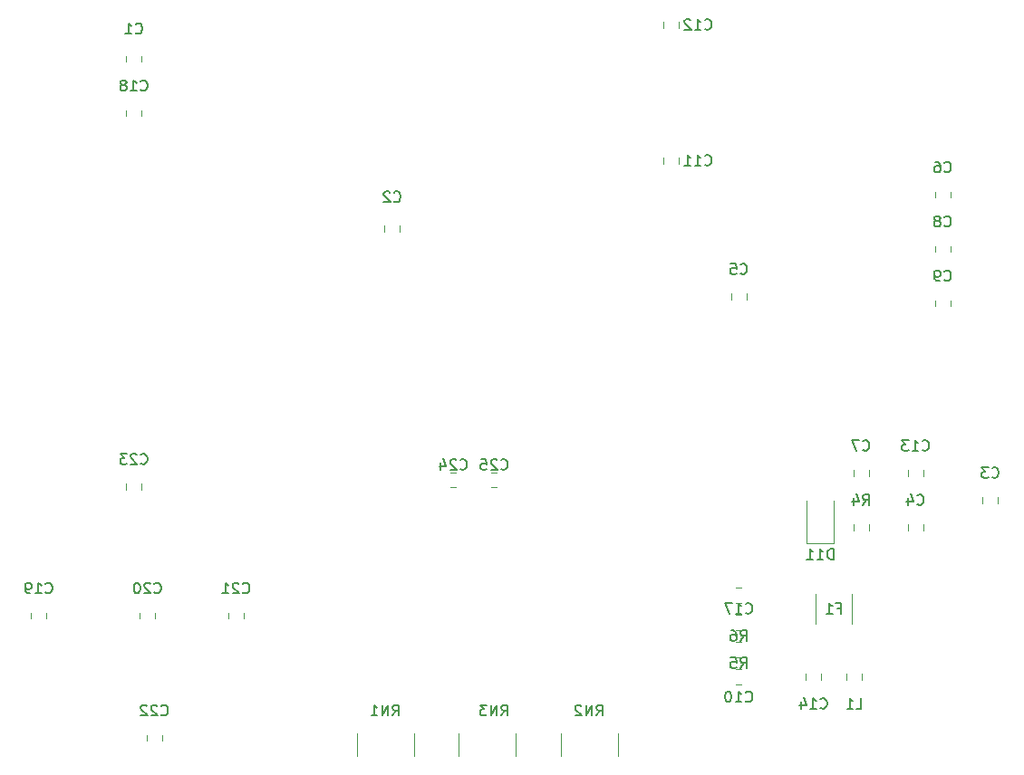
<source format=gbr>
G04 #@! TF.GenerationSoftware,KiCad,Pcbnew,(5.0.0)*
G04 #@! TF.CreationDate,2019-08-17T11:44:38-04:00*
G04 #@! TF.ProjectId,Multi Programmer,4D756C74692050726F6772616D6D6572,rev?*
G04 #@! TF.SameCoordinates,Original*
G04 #@! TF.FileFunction,Legend,Bot*
G04 #@! TF.FilePolarity,Positive*
%FSLAX46Y46*%
G04 Gerber Fmt 4.6, Leading zero omitted, Abs format (unit mm)*
G04 Created by KiCad (PCBNEW (5.0.0)) date 08/17/19 11:44:38*
%MOMM*%
%LPD*%
G01*
G04 APERTURE LIST*
%ADD10C,0.120000*%
%ADD11C,0.150000*%
G04 APERTURE END LIST*
D10*
G04 #@! TO.C,C25*
X150868748Y-106605000D02*
X151391252Y-106605000D01*
X150868748Y-108025000D02*
X151391252Y-108025000D01*
G04 #@! TO.C,C24*
X147581252Y-106605000D02*
X147058748Y-106605000D01*
X147581252Y-108025000D02*
X147058748Y-108025000D01*
G04 #@! TO.C,RN1*
X143640000Y-133130000D02*
X143640000Y-131030000D01*
X138300000Y-133130000D02*
X138300000Y-131030000D01*
G04 #@! TO.C,RN2*
X157350000Y-133130000D02*
X157350000Y-131030000D01*
X162690000Y-133130000D02*
X162690000Y-131030000D01*
G04 #@! TO.C,RN3*
X147825000Y-131030000D02*
X147825000Y-133130000D01*
X153165000Y-131030000D02*
X153165000Y-133130000D01*
G04 #@! TO.C,D11*
X182860000Y-109240000D02*
X182860000Y-113240000D01*
X182860000Y-113240000D02*
X180360000Y-113240000D01*
X180360000Y-113240000D02*
X180360000Y-109240000D01*
G04 #@! TO.C,C23*
X116765000Y-107688748D02*
X116765000Y-108211252D01*
X118185000Y-107688748D02*
X118185000Y-108211252D01*
G04 #@! TO.C,C19*
X109295000Y-119753748D02*
X109295000Y-120276252D01*
X107875000Y-119753748D02*
X107875000Y-120276252D01*
G04 #@! TO.C,C21*
X126290000Y-119753748D02*
X126290000Y-120276252D01*
X127710000Y-119753748D02*
X127710000Y-120276252D01*
G04 #@! TO.C,C22*
X120090000Y-131183748D02*
X120090000Y-131706252D01*
X118670000Y-131183748D02*
X118670000Y-131706252D01*
G04 #@! TO.C,C20*
X118035000Y-119753748D02*
X118035000Y-120276252D01*
X119455000Y-119753748D02*
X119455000Y-120276252D01*
G04 #@! TO.C,C18*
X116765000Y-72763748D02*
X116765000Y-73286252D01*
X118185000Y-72763748D02*
X118185000Y-73286252D01*
G04 #@! TO.C,C17*
X173728748Y-118820000D02*
X174251252Y-118820000D01*
X173728748Y-117400000D02*
X174251252Y-117400000D01*
G04 #@! TO.C,C14*
X180265000Y-125468748D02*
X180265000Y-125991252D01*
X181685000Y-125468748D02*
X181685000Y-125991252D01*
G04 #@! TO.C,L1*
X184075000Y-125468748D02*
X184075000Y-125991252D01*
X185495000Y-125468748D02*
X185495000Y-125991252D01*
G04 #@! TO.C,F1*
X184590000Y-120766252D02*
X184590000Y-117993748D01*
X181170000Y-120766252D02*
X181170000Y-117993748D01*
G04 #@! TO.C,C13*
X191210000Y-106941252D02*
X191210000Y-106418748D01*
X189790000Y-106941252D02*
X189790000Y-106418748D01*
G04 #@! TO.C,C10*
X173728748Y-125020000D02*
X174251252Y-125020000D01*
X173728748Y-126440000D02*
X174251252Y-126440000D01*
G04 #@! TO.C,C11*
X166930000Y-77731252D02*
X166930000Y-77208748D01*
X168350000Y-77731252D02*
X168350000Y-77208748D01*
G04 #@! TO.C,C12*
X168350000Y-64508748D02*
X168350000Y-65031252D01*
X166930000Y-64508748D02*
X166930000Y-65031252D01*
G04 #@! TO.C,C8*
X193750000Y-85463748D02*
X193750000Y-85986252D01*
X192330000Y-85463748D02*
X192330000Y-85986252D01*
G04 #@! TO.C,C9*
X192330000Y-91066252D02*
X192330000Y-90543748D01*
X193750000Y-91066252D02*
X193750000Y-90543748D01*
G04 #@! TO.C,C7*
X184710000Y-106941252D02*
X184710000Y-106418748D01*
X186130000Y-106941252D02*
X186130000Y-106418748D01*
G04 #@! TO.C,R6*
X173728748Y-119940000D02*
X174251252Y-119940000D01*
X173728748Y-121360000D02*
X174251252Y-121360000D01*
G04 #@! TO.C,R5*
X173728748Y-122480000D02*
X174251252Y-122480000D01*
X173728748Y-123900000D02*
X174251252Y-123900000D01*
G04 #@! TO.C,C2*
X140895000Y-84081252D02*
X140895000Y-83558748D01*
X142315000Y-84081252D02*
X142315000Y-83558748D01*
G04 #@! TO.C,C3*
X198195000Y-108958748D02*
X198195000Y-109481252D01*
X196775000Y-108958748D02*
X196775000Y-109481252D01*
G04 #@! TO.C,C4*
X191210000Y-111498748D02*
X191210000Y-112021252D01*
X189790000Y-111498748D02*
X189790000Y-112021252D01*
G04 #@! TO.C,C5*
X173280000Y-90431252D02*
X173280000Y-89908748D01*
X174700000Y-90431252D02*
X174700000Y-89908748D01*
G04 #@! TO.C,C6*
X192330000Y-80906252D02*
X192330000Y-80383748D01*
X193750000Y-80906252D02*
X193750000Y-80383748D01*
G04 #@! TO.C,C1*
X118185000Y-67683748D02*
X118185000Y-68206252D01*
X116765000Y-67683748D02*
X116765000Y-68206252D01*
G04 #@! TO.C,R4*
X186130000Y-111498748D02*
X186130000Y-112021252D01*
X184710000Y-111498748D02*
X184710000Y-112021252D01*
G04 #@! TO.C,C25*
D11*
X151772857Y-106275142D02*
X151820476Y-106322761D01*
X151963333Y-106370380D01*
X152058571Y-106370380D01*
X152201428Y-106322761D01*
X152296666Y-106227523D01*
X152344285Y-106132285D01*
X152391904Y-105941809D01*
X152391904Y-105798952D01*
X152344285Y-105608476D01*
X152296666Y-105513238D01*
X152201428Y-105418000D01*
X152058571Y-105370380D01*
X151963333Y-105370380D01*
X151820476Y-105418000D01*
X151772857Y-105465619D01*
X151391904Y-105465619D02*
X151344285Y-105418000D01*
X151249047Y-105370380D01*
X151010952Y-105370380D01*
X150915714Y-105418000D01*
X150868095Y-105465619D01*
X150820476Y-105560857D01*
X150820476Y-105656095D01*
X150868095Y-105798952D01*
X151439523Y-106370380D01*
X150820476Y-106370380D01*
X149915714Y-105370380D02*
X150391904Y-105370380D01*
X150439523Y-105846571D01*
X150391904Y-105798952D01*
X150296666Y-105751333D01*
X150058571Y-105751333D01*
X149963333Y-105798952D01*
X149915714Y-105846571D01*
X149868095Y-105941809D01*
X149868095Y-106179904D01*
X149915714Y-106275142D01*
X149963333Y-106322761D01*
X150058571Y-106370380D01*
X150296666Y-106370380D01*
X150391904Y-106322761D01*
X150439523Y-106275142D01*
G04 #@! TO.C,C24*
X147962857Y-106275142D02*
X148010476Y-106322761D01*
X148153333Y-106370380D01*
X148248571Y-106370380D01*
X148391428Y-106322761D01*
X148486666Y-106227523D01*
X148534285Y-106132285D01*
X148581904Y-105941809D01*
X148581904Y-105798952D01*
X148534285Y-105608476D01*
X148486666Y-105513238D01*
X148391428Y-105418000D01*
X148248571Y-105370380D01*
X148153333Y-105370380D01*
X148010476Y-105418000D01*
X147962857Y-105465619D01*
X147581904Y-105465619D02*
X147534285Y-105418000D01*
X147439047Y-105370380D01*
X147200952Y-105370380D01*
X147105714Y-105418000D01*
X147058095Y-105465619D01*
X147010476Y-105560857D01*
X147010476Y-105656095D01*
X147058095Y-105798952D01*
X147629523Y-106370380D01*
X147010476Y-106370380D01*
X146153333Y-105703714D02*
X146153333Y-106370380D01*
X146391428Y-105322761D02*
X146629523Y-106037047D01*
X146010476Y-106037047D01*
G04 #@! TO.C,RN1*
X141660476Y-129357380D02*
X141993809Y-128881190D01*
X142231904Y-129357380D02*
X142231904Y-128357380D01*
X141850952Y-128357380D01*
X141755714Y-128405000D01*
X141708095Y-128452619D01*
X141660476Y-128547857D01*
X141660476Y-128690714D01*
X141708095Y-128785952D01*
X141755714Y-128833571D01*
X141850952Y-128881190D01*
X142231904Y-128881190D01*
X141231904Y-129357380D02*
X141231904Y-128357380D01*
X140660476Y-129357380D01*
X140660476Y-128357380D01*
X139660476Y-129357380D02*
X140231904Y-129357380D01*
X139946190Y-129357380D02*
X139946190Y-128357380D01*
X140041428Y-128500238D01*
X140136666Y-128595476D01*
X140231904Y-128643095D01*
G04 #@! TO.C,RN2*
X160710476Y-129357380D02*
X161043809Y-128881190D01*
X161281904Y-129357380D02*
X161281904Y-128357380D01*
X160900952Y-128357380D01*
X160805714Y-128405000D01*
X160758095Y-128452619D01*
X160710476Y-128547857D01*
X160710476Y-128690714D01*
X160758095Y-128785952D01*
X160805714Y-128833571D01*
X160900952Y-128881190D01*
X161281904Y-128881190D01*
X160281904Y-129357380D02*
X160281904Y-128357380D01*
X159710476Y-129357380D01*
X159710476Y-128357380D01*
X159281904Y-128452619D02*
X159234285Y-128405000D01*
X159139047Y-128357380D01*
X158900952Y-128357380D01*
X158805714Y-128405000D01*
X158758095Y-128452619D01*
X158710476Y-128547857D01*
X158710476Y-128643095D01*
X158758095Y-128785952D01*
X159329523Y-129357380D01*
X158710476Y-129357380D01*
G04 #@! TO.C,RN3*
X151820476Y-129357380D02*
X152153809Y-128881190D01*
X152391904Y-129357380D02*
X152391904Y-128357380D01*
X152010952Y-128357380D01*
X151915714Y-128405000D01*
X151868095Y-128452619D01*
X151820476Y-128547857D01*
X151820476Y-128690714D01*
X151868095Y-128785952D01*
X151915714Y-128833571D01*
X152010952Y-128881190D01*
X152391904Y-128881190D01*
X151391904Y-129357380D02*
X151391904Y-128357380D01*
X150820476Y-129357380D01*
X150820476Y-128357380D01*
X150439523Y-128357380D02*
X149820476Y-128357380D01*
X150153809Y-128738333D01*
X150010952Y-128738333D01*
X149915714Y-128785952D01*
X149868095Y-128833571D01*
X149820476Y-128928809D01*
X149820476Y-129166904D01*
X149868095Y-129262142D01*
X149915714Y-129309761D01*
X150010952Y-129357380D01*
X150296666Y-129357380D01*
X150391904Y-129309761D01*
X150439523Y-129262142D01*
G04 #@! TO.C,D11*
X182824285Y-114752380D02*
X182824285Y-113752380D01*
X182586190Y-113752380D01*
X182443333Y-113800000D01*
X182348095Y-113895238D01*
X182300476Y-113990476D01*
X182252857Y-114180952D01*
X182252857Y-114323809D01*
X182300476Y-114514285D01*
X182348095Y-114609523D01*
X182443333Y-114704761D01*
X182586190Y-114752380D01*
X182824285Y-114752380D01*
X181300476Y-114752380D02*
X181871904Y-114752380D01*
X181586190Y-114752380D02*
X181586190Y-113752380D01*
X181681428Y-113895238D01*
X181776666Y-113990476D01*
X181871904Y-114038095D01*
X180348095Y-114752380D02*
X180919523Y-114752380D01*
X180633809Y-114752380D02*
X180633809Y-113752380D01*
X180729047Y-113895238D01*
X180824285Y-113990476D01*
X180919523Y-114038095D01*
G04 #@! TO.C,C23*
X118117857Y-105767142D02*
X118165476Y-105814761D01*
X118308333Y-105862380D01*
X118403571Y-105862380D01*
X118546428Y-105814761D01*
X118641666Y-105719523D01*
X118689285Y-105624285D01*
X118736904Y-105433809D01*
X118736904Y-105290952D01*
X118689285Y-105100476D01*
X118641666Y-105005238D01*
X118546428Y-104910000D01*
X118403571Y-104862380D01*
X118308333Y-104862380D01*
X118165476Y-104910000D01*
X118117857Y-104957619D01*
X117736904Y-104957619D02*
X117689285Y-104910000D01*
X117594047Y-104862380D01*
X117355952Y-104862380D01*
X117260714Y-104910000D01*
X117213095Y-104957619D01*
X117165476Y-105052857D01*
X117165476Y-105148095D01*
X117213095Y-105290952D01*
X117784523Y-105862380D01*
X117165476Y-105862380D01*
X116832142Y-104862380D02*
X116213095Y-104862380D01*
X116546428Y-105243333D01*
X116403571Y-105243333D01*
X116308333Y-105290952D01*
X116260714Y-105338571D01*
X116213095Y-105433809D01*
X116213095Y-105671904D01*
X116260714Y-105767142D01*
X116308333Y-105814761D01*
X116403571Y-105862380D01*
X116689285Y-105862380D01*
X116784523Y-105814761D01*
X116832142Y-105767142D01*
G04 #@! TO.C,C19*
X109227857Y-117832142D02*
X109275476Y-117879761D01*
X109418333Y-117927380D01*
X109513571Y-117927380D01*
X109656428Y-117879761D01*
X109751666Y-117784523D01*
X109799285Y-117689285D01*
X109846904Y-117498809D01*
X109846904Y-117355952D01*
X109799285Y-117165476D01*
X109751666Y-117070238D01*
X109656428Y-116975000D01*
X109513571Y-116927380D01*
X109418333Y-116927380D01*
X109275476Y-116975000D01*
X109227857Y-117022619D01*
X108275476Y-117927380D02*
X108846904Y-117927380D01*
X108561190Y-117927380D02*
X108561190Y-116927380D01*
X108656428Y-117070238D01*
X108751666Y-117165476D01*
X108846904Y-117213095D01*
X107799285Y-117927380D02*
X107608809Y-117927380D01*
X107513571Y-117879761D01*
X107465952Y-117832142D01*
X107370714Y-117689285D01*
X107323095Y-117498809D01*
X107323095Y-117117857D01*
X107370714Y-117022619D01*
X107418333Y-116975000D01*
X107513571Y-116927380D01*
X107704047Y-116927380D01*
X107799285Y-116975000D01*
X107846904Y-117022619D01*
X107894523Y-117117857D01*
X107894523Y-117355952D01*
X107846904Y-117451190D01*
X107799285Y-117498809D01*
X107704047Y-117546428D01*
X107513571Y-117546428D01*
X107418333Y-117498809D01*
X107370714Y-117451190D01*
X107323095Y-117355952D01*
G04 #@! TO.C,C21*
X127642857Y-117832142D02*
X127690476Y-117879761D01*
X127833333Y-117927380D01*
X127928571Y-117927380D01*
X128071428Y-117879761D01*
X128166666Y-117784523D01*
X128214285Y-117689285D01*
X128261904Y-117498809D01*
X128261904Y-117355952D01*
X128214285Y-117165476D01*
X128166666Y-117070238D01*
X128071428Y-116975000D01*
X127928571Y-116927380D01*
X127833333Y-116927380D01*
X127690476Y-116975000D01*
X127642857Y-117022619D01*
X127261904Y-117022619D02*
X127214285Y-116975000D01*
X127119047Y-116927380D01*
X126880952Y-116927380D01*
X126785714Y-116975000D01*
X126738095Y-117022619D01*
X126690476Y-117117857D01*
X126690476Y-117213095D01*
X126738095Y-117355952D01*
X127309523Y-117927380D01*
X126690476Y-117927380D01*
X125738095Y-117927380D02*
X126309523Y-117927380D01*
X126023809Y-117927380D02*
X126023809Y-116927380D01*
X126119047Y-117070238D01*
X126214285Y-117165476D01*
X126309523Y-117213095D01*
G04 #@! TO.C,C22*
X120022857Y-129262142D02*
X120070476Y-129309761D01*
X120213333Y-129357380D01*
X120308571Y-129357380D01*
X120451428Y-129309761D01*
X120546666Y-129214523D01*
X120594285Y-129119285D01*
X120641904Y-128928809D01*
X120641904Y-128785952D01*
X120594285Y-128595476D01*
X120546666Y-128500238D01*
X120451428Y-128405000D01*
X120308571Y-128357380D01*
X120213333Y-128357380D01*
X120070476Y-128405000D01*
X120022857Y-128452619D01*
X119641904Y-128452619D02*
X119594285Y-128405000D01*
X119499047Y-128357380D01*
X119260952Y-128357380D01*
X119165714Y-128405000D01*
X119118095Y-128452619D01*
X119070476Y-128547857D01*
X119070476Y-128643095D01*
X119118095Y-128785952D01*
X119689523Y-129357380D01*
X119070476Y-129357380D01*
X118689523Y-128452619D02*
X118641904Y-128405000D01*
X118546666Y-128357380D01*
X118308571Y-128357380D01*
X118213333Y-128405000D01*
X118165714Y-128452619D01*
X118118095Y-128547857D01*
X118118095Y-128643095D01*
X118165714Y-128785952D01*
X118737142Y-129357380D01*
X118118095Y-129357380D01*
G04 #@! TO.C,C20*
X119387857Y-117832142D02*
X119435476Y-117879761D01*
X119578333Y-117927380D01*
X119673571Y-117927380D01*
X119816428Y-117879761D01*
X119911666Y-117784523D01*
X119959285Y-117689285D01*
X120006904Y-117498809D01*
X120006904Y-117355952D01*
X119959285Y-117165476D01*
X119911666Y-117070238D01*
X119816428Y-116975000D01*
X119673571Y-116927380D01*
X119578333Y-116927380D01*
X119435476Y-116975000D01*
X119387857Y-117022619D01*
X119006904Y-117022619D02*
X118959285Y-116975000D01*
X118864047Y-116927380D01*
X118625952Y-116927380D01*
X118530714Y-116975000D01*
X118483095Y-117022619D01*
X118435476Y-117117857D01*
X118435476Y-117213095D01*
X118483095Y-117355952D01*
X119054523Y-117927380D01*
X118435476Y-117927380D01*
X117816428Y-116927380D02*
X117721190Y-116927380D01*
X117625952Y-116975000D01*
X117578333Y-117022619D01*
X117530714Y-117117857D01*
X117483095Y-117308333D01*
X117483095Y-117546428D01*
X117530714Y-117736904D01*
X117578333Y-117832142D01*
X117625952Y-117879761D01*
X117721190Y-117927380D01*
X117816428Y-117927380D01*
X117911666Y-117879761D01*
X117959285Y-117832142D01*
X118006904Y-117736904D01*
X118054523Y-117546428D01*
X118054523Y-117308333D01*
X118006904Y-117117857D01*
X117959285Y-117022619D01*
X117911666Y-116975000D01*
X117816428Y-116927380D01*
G04 #@! TO.C,C18*
X118117857Y-70842142D02*
X118165476Y-70889761D01*
X118308333Y-70937380D01*
X118403571Y-70937380D01*
X118546428Y-70889761D01*
X118641666Y-70794523D01*
X118689285Y-70699285D01*
X118736904Y-70508809D01*
X118736904Y-70365952D01*
X118689285Y-70175476D01*
X118641666Y-70080238D01*
X118546428Y-69985000D01*
X118403571Y-69937380D01*
X118308333Y-69937380D01*
X118165476Y-69985000D01*
X118117857Y-70032619D01*
X117165476Y-70937380D02*
X117736904Y-70937380D01*
X117451190Y-70937380D02*
X117451190Y-69937380D01*
X117546428Y-70080238D01*
X117641666Y-70175476D01*
X117736904Y-70223095D01*
X116594047Y-70365952D02*
X116689285Y-70318333D01*
X116736904Y-70270714D01*
X116784523Y-70175476D01*
X116784523Y-70127857D01*
X116736904Y-70032619D01*
X116689285Y-69985000D01*
X116594047Y-69937380D01*
X116403571Y-69937380D01*
X116308333Y-69985000D01*
X116260714Y-70032619D01*
X116213095Y-70127857D01*
X116213095Y-70175476D01*
X116260714Y-70270714D01*
X116308333Y-70318333D01*
X116403571Y-70365952D01*
X116594047Y-70365952D01*
X116689285Y-70413571D01*
X116736904Y-70461190D01*
X116784523Y-70556428D01*
X116784523Y-70746904D01*
X116736904Y-70842142D01*
X116689285Y-70889761D01*
X116594047Y-70937380D01*
X116403571Y-70937380D01*
X116308333Y-70889761D01*
X116260714Y-70842142D01*
X116213095Y-70746904D01*
X116213095Y-70556428D01*
X116260714Y-70461190D01*
X116308333Y-70413571D01*
X116403571Y-70365952D01*
G04 #@! TO.C,C17*
X174632857Y-119737142D02*
X174680476Y-119784761D01*
X174823333Y-119832380D01*
X174918571Y-119832380D01*
X175061428Y-119784761D01*
X175156666Y-119689523D01*
X175204285Y-119594285D01*
X175251904Y-119403809D01*
X175251904Y-119260952D01*
X175204285Y-119070476D01*
X175156666Y-118975238D01*
X175061428Y-118880000D01*
X174918571Y-118832380D01*
X174823333Y-118832380D01*
X174680476Y-118880000D01*
X174632857Y-118927619D01*
X173680476Y-119832380D02*
X174251904Y-119832380D01*
X173966190Y-119832380D02*
X173966190Y-118832380D01*
X174061428Y-118975238D01*
X174156666Y-119070476D01*
X174251904Y-119118095D01*
X173347142Y-118832380D02*
X172680476Y-118832380D01*
X173109047Y-119832380D01*
G04 #@! TO.C,C14*
X181617857Y-128627142D02*
X181665476Y-128674761D01*
X181808333Y-128722380D01*
X181903571Y-128722380D01*
X182046428Y-128674761D01*
X182141666Y-128579523D01*
X182189285Y-128484285D01*
X182236904Y-128293809D01*
X182236904Y-128150952D01*
X182189285Y-127960476D01*
X182141666Y-127865238D01*
X182046428Y-127770000D01*
X181903571Y-127722380D01*
X181808333Y-127722380D01*
X181665476Y-127770000D01*
X181617857Y-127817619D01*
X180665476Y-128722380D02*
X181236904Y-128722380D01*
X180951190Y-128722380D02*
X180951190Y-127722380D01*
X181046428Y-127865238D01*
X181141666Y-127960476D01*
X181236904Y-128008095D01*
X179808333Y-128055714D02*
X179808333Y-128722380D01*
X180046428Y-127674761D02*
X180284523Y-128389047D01*
X179665476Y-128389047D01*
G04 #@! TO.C,L1*
X184951666Y-128722380D02*
X185427857Y-128722380D01*
X185427857Y-127722380D01*
X184094523Y-128722380D02*
X184665952Y-128722380D01*
X184380238Y-128722380D02*
X184380238Y-127722380D01*
X184475476Y-127865238D01*
X184570714Y-127960476D01*
X184665952Y-128008095D01*
G04 #@! TO.C,F1*
X183213333Y-119308571D02*
X183546666Y-119308571D01*
X183546666Y-119832380D02*
X183546666Y-118832380D01*
X183070476Y-118832380D01*
X182165714Y-119832380D02*
X182737142Y-119832380D01*
X182451428Y-119832380D02*
X182451428Y-118832380D01*
X182546666Y-118975238D01*
X182641904Y-119070476D01*
X182737142Y-119118095D01*
G04 #@! TO.C,C13*
X191142857Y-104497142D02*
X191190476Y-104544761D01*
X191333333Y-104592380D01*
X191428571Y-104592380D01*
X191571428Y-104544761D01*
X191666666Y-104449523D01*
X191714285Y-104354285D01*
X191761904Y-104163809D01*
X191761904Y-104020952D01*
X191714285Y-103830476D01*
X191666666Y-103735238D01*
X191571428Y-103640000D01*
X191428571Y-103592380D01*
X191333333Y-103592380D01*
X191190476Y-103640000D01*
X191142857Y-103687619D01*
X190190476Y-104592380D02*
X190761904Y-104592380D01*
X190476190Y-104592380D02*
X190476190Y-103592380D01*
X190571428Y-103735238D01*
X190666666Y-103830476D01*
X190761904Y-103878095D01*
X189857142Y-103592380D02*
X189238095Y-103592380D01*
X189571428Y-103973333D01*
X189428571Y-103973333D01*
X189333333Y-104020952D01*
X189285714Y-104068571D01*
X189238095Y-104163809D01*
X189238095Y-104401904D01*
X189285714Y-104497142D01*
X189333333Y-104544761D01*
X189428571Y-104592380D01*
X189714285Y-104592380D01*
X189809523Y-104544761D01*
X189857142Y-104497142D01*
G04 #@! TO.C,C10*
X174632857Y-127992142D02*
X174680476Y-128039761D01*
X174823333Y-128087380D01*
X174918571Y-128087380D01*
X175061428Y-128039761D01*
X175156666Y-127944523D01*
X175204285Y-127849285D01*
X175251904Y-127658809D01*
X175251904Y-127515952D01*
X175204285Y-127325476D01*
X175156666Y-127230238D01*
X175061428Y-127135000D01*
X174918571Y-127087380D01*
X174823333Y-127087380D01*
X174680476Y-127135000D01*
X174632857Y-127182619D01*
X173680476Y-128087380D02*
X174251904Y-128087380D01*
X173966190Y-128087380D02*
X173966190Y-127087380D01*
X174061428Y-127230238D01*
X174156666Y-127325476D01*
X174251904Y-127373095D01*
X173061428Y-127087380D02*
X172966190Y-127087380D01*
X172870952Y-127135000D01*
X172823333Y-127182619D01*
X172775714Y-127277857D01*
X172728095Y-127468333D01*
X172728095Y-127706428D01*
X172775714Y-127896904D01*
X172823333Y-127992142D01*
X172870952Y-128039761D01*
X172966190Y-128087380D01*
X173061428Y-128087380D01*
X173156666Y-128039761D01*
X173204285Y-127992142D01*
X173251904Y-127896904D01*
X173299523Y-127706428D01*
X173299523Y-127468333D01*
X173251904Y-127277857D01*
X173204285Y-127182619D01*
X173156666Y-127135000D01*
X173061428Y-127087380D01*
G04 #@! TO.C,C11*
X170822857Y-77827142D02*
X170870476Y-77874761D01*
X171013333Y-77922380D01*
X171108571Y-77922380D01*
X171251428Y-77874761D01*
X171346666Y-77779523D01*
X171394285Y-77684285D01*
X171441904Y-77493809D01*
X171441904Y-77350952D01*
X171394285Y-77160476D01*
X171346666Y-77065238D01*
X171251428Y-76970000D01*
X171108571Y-76922380D01*
X171013333Y-76922380D01*
X170870476Y-76970000D01*
X170822857Y-77017619D01*
X169870476Y-77922380D02*
X170441904Y-77922380D01*
X170156190Y-77922380D02*
X170156190Y-76922380D01*
X170251428Y-77065238D01*
X170346666Y-77160476D01*
X170441904Y-77208095D01*
X168918095Y-77922380D02*
X169489523Y-77922380D01*
X169203809Y-77922380D02*
X169203809Y-76922380D01*
X169299047Y-77065238D01*
X169394285Y-77160476D01*
X169489523Y-77208095D01*
G04 #@! TO.C,C12*
X170822857Y-65127142D02*
X170870476Y-65174761D01*
X171013333Y-65222380D01*
X171108571Y-65222380D01*
X171251428Y-65174761D01*
X171346666Y-65079523D01*
X171394285Y-64984285D01*
X171441904Y-64793809D01*
X171441904Y-64650952D01*
X171394285Y-64460476D01*
X171346666Y-64365238D01*
X171251428Y-64270000D01*
X171108571Y-64222380D01*
X171013333Y-64222380D01*
X170870476Y-64270000D01*
X170822857Y-64317619D01*
X169870476Y-65222380D02*
X170441904Y-65222380D01*
X170156190Y-65222380D02*
X170156190Y-64222380D01*
X170251428Y-64365238D01*
X170346666Y-64460476D01*
X170441904Y-64508095D01*
X169489523Y-64317619D02*
X169441904Y-64270000D01*
X169346666Y-64222380D01*
X169108571Y-64222380D01*
X169013333Y-64270000D01*
X168965714Y-64317619D01*
X168918095Y-64412857D01*
X168918095Y-64508095D01*
X168965714Y-64650952D01*
X169537142Y-65222380D01*
X168918095Y-65222380D01*
G04 #@! TO.C,C8*
X193206666Y-83542142D02*
X193254285Y-83589761D01*
X193397142Y-83637380D01*
X193492380Y-83637380D01*
X193635238Y-83589761D01*
X193730476Y-83494523D01*
X193778095Y-83399285D01*
X193825714Y-83208809D01*
X193825714Y-83065952D01*
X193778095Y-82875476D01*
X193730476Y-82780238D01*
X193635238Y-82685000D01*
X193492380Y-82637380D01*
X193397142Y-82637380D01*
X193254285Y-82685000D01*
X193206666Y-82732619D01*
X192635238Y-83065952D02*
X192730476Y-83018333D01*
X192778095Y-82970714D01*
X192825714Y-82875476D01*
X192825714Y-82827857D01*
X192778095Y-82732619D01*
X192730476Y-82685000D01*
X192635238Y-82637380D01*
X192444761Y-82637380D01*
X192349523Y-82685000D01*
X192301904Y-82732619D01*
X192254285Y-82827857D01*
X192254285Y-82875476D01*
X192301904Y-82970714D01*
X192349523Y-83018333D01*
X192444761Y-83065952D01*
X192635238Y-83065952D01*
X192730476Y-83113571D01*
X192778095Y-83161190D01*
X192825714Y-83256428D01*
X192825714Y-83446904D01*
X192778095Y-83542142D01*
X192730476Y-83589761D01*
X192635238Y-83637380D01*
X192444761Y-83637380D01*
X192349523Y-83589761D01*
X192301904Y-83542142D01*
X192254285Y-83446904D01*
X192254285Y-83256428D01*
X192301904Y-83161190D01*
X192349523Y-83113571D01*
X192444761Y-83065952D01*
G04 #@! TO.C,C9*
X193206666Y-88622142D02*
X193254285Y-88669761D01*
X193397142Y-88717380D01*
X193492380Y-88717380D01*
X193635238Y-88669761D01*
X193730476Y-88574523D01*
X193778095Y-88479285D01*
X193825714Y-88288809D01*
X193825714Y-88145952D01*
X193778095Y-87955476D01*
X193730476Y-87860238D01*
X193635238Y-87765000D01*
X193492380Y-87717380D01*
X193397142Y-87717380D01*
X193254285Y-87765000D01*
X193206666Y-87812619D01*
X192730476Y-88717380D02*
X192540000Y-88717380D01*
X192444761Y-88669761D01*
X192397142Y-88622142D01*
X192301904Y-88479285D01*
X192254285Y-88288809D01*
X192254285Y-87907857D01*
X192301904Y-87812619D01*
X192349523Y-87765000D01*
X192444761Y-87717380D01*
X192635238Y-87717380D01*
X192730476Y-87765000D01*
X192778095Y-87812619D01*
X192825714Y-87907857D01*
X192825714Y-88145952D01*
X192778095Y-88241190D01*
X192730476Y-88288809D01*
X192635238Y-88336428D01*
X192444761Y-88336428D01*
X192349523Y-88288809D01*
X192301904Y-88241190D01*
X192254285Y-88145952D01*
G04 #@! TO.C,C7*
X185586666Y-104497142D02*
X185634285Y-104544761D01*
X185777142Y-104592380D01*
X185872380Y-104592380D01*
X186015238Y-104544761D01*
X186110476Y-104449523D01*
X186158095Y-104354285D01*
X186205714Y-104163809D01*
X186205714Y-104020952D01*
X186158095Y-103830476D01*
X186110476Y-103735238D01*
X186015238Y-103640000D01*
X185872380Y-103592380D01*
X185777142Y-103592380D01*
X185634285Y-103640000D01*
X185586666Y-103687619D01*
X185253333Y-103592380D02*
X184586666Y-103592380D01*
X185015238Y-104592380D01*
G04 #@! TO.C,R6*
X174156666Y-122372380D02*
X174490000Y-121896190D01*
X174728095Y-122372380D02*
X174728095Y-121372380D01*
X174347142Y-121372380D01*
X174251904Y-121420000D01*
X174204285Y-121467619D01*
X174156666Y-121562857D01*
X174156666Y-121705714D01*
X174204285Y-121800952D01*
X174251904Y-121848571D01*
X174347142Y-121896190D01*
X174728095Y-121896190D01*
X173299523Y-121372380D02*
X173490000Y-121372380D01*
X173585238Y-121420000D01*
X173632857Y-121467619D01*
X173728095Y-121610476D01*
X173775714Y-121800952D01*
X173775714Y-122181904D01*
X173728095Y-122277142D01*
X173680476Y-122324761D01*
X173585238Y-122372380D01*
X173394761Y-122372380D01*
X173299523Y-122324761D01*
X173251904Y-122277142D01*
X173204285Y-122181904D01*
X173204285Y-121943809D01*
X173251904Y-121848571D01*
X173299523Y-121800952D01*
X173394761Y-121753333D01*
X173585238Y-121753333D01*
X173680476Y-121800952D01*
X173728095Y-121848571D01*
X173775714Y-121943809D01*
G04 #@! TO.C,R5*
X174156666Y-124912380D02*
X174490000Y-124436190D01*
X174728095Y-124912380D02*
X174728095Y-123912380D01*
X174347142Y-123912380D01*
X174251904Y-123960000D01*
X174204285Y-124007619D01*
X174156666Y-124102857D01*
X174156666Y-124245714D01*
X174204285Y-124340952D01*
X174251904Y-124388571D01*
X174347142Y-124436190D01*
X174728095Y-124436190D01*
X173251904Y-123912380D02*
X173728095Y-123912380D01*
X173775714Y-124388571D01*
X173728095Y-124340952D01*
X173632857Y-124293333D01*
X173394761Y-124293333D01*
X173299523Y-124340952D01*
X173251904Y-124388571D01*
X173204285Y-124483809D01*
X173204285Y-124721904D01*
X173251904Y-124817142D01*
X173299523Y-124864761D01*
X173394761Y-124912380D01*
X173632857Y-124912380D01*
X173728095Y-124864761D01*
X173775714Y-124817142D01*
G04 #@! TO.C,C2*
X141771666Y-81247142D02*
X141819285Y-81294761D01*
X141962142Y-81342380D01*
X142057380Y-81342380D01*
X142200238Y-81294761D01*
X142295476Y-81199523D01*
X142343095Y-81104285D01*
X142390714Y-80913809D01*
X142390714Y-80770952D01*
X142343095Y-80580476D01*
X142295476Y-80485238D01*
X142200238Y-80390000D01*
X142057380Y-80342380D01*
X141962142Y-80342380D01*
X141819285Y-80390000D01*
X141771666Y-80437619D01*
X141390714Y-80437619D02*
X141343095Y-80390000D01*
X141247857Y-80342380D01*
X141009761Y-80342380D01*
X140914523Y-80390000D01*
X140866904Y-80437619D01*
X140819285Y-80532857D01*
X140819285Y-80628095D01*
X140866904Y-80770952D01*
X141438333Y-81342380D01*
X140819285Y-81342380D01*
G04 #@! TO.C,C3*
X197651666Y-107037142D02*
X197699285Y-107084761D01*
X197842142Y-107132380D01*
X197937380Y-107132380D01*
X198080238Y-107084761D01*
X198175476Y-106989523D01*
X198223095Y-106894285D01*
X198270714Y-106703809D01*
X198270714Y-106560952D01*
X198223095Y-106370476D01*
X198175476Y-106275238D01*
X198080238Y-106180000D01*
X197937380Y-106132380D01*
X197842142Y-106132380D01*
X197699285Y-106180000D01*
X197651666Y-106227619D01*
X197318333Y-106132380D02*
X196699285Y-106132380D01*
X197032619Y-106513333D01*
X196889761Y-106513333D01*
X196794523Y-106560952D01*
X196746904Y-106608571D01*
X196699285Y-106703809D01*
X196699285Y-106941904D01*
X196746904Y-107037142D01*
X196794523Y-107084761D01*
X196889761Y-107132380D01*
X197175476Y-107132380D01*
X197270714Y-107084761D01*
X197318333Y-107037142D01*
G04 #@! TO.C,C4*
X190666666Y-109577142D02*
X190714285Y-109624761D01*
X190857142Y-109672380D01*
X190952380Y-109672380D01*
X191095238Y-109624761D01*
X191190476Y-109529523D01*
X191238095Y-109434285D01*
X191285714Y-109243809D01*
X191285714Y-109100952D01*
X191238095Y-108910476D01*
X191190476Y-108815238D01*
X191095238Y-108720000D01*
X190952380Y-108672380D01*
X190857142Y-108672380D01*
X190714285Y-108720000D01*
X190666666Y-108767619D01*
X189809523Y-109005714D02*
X189809523Y-109672380D01*
X190047619Y-108624761D02*
X190285714Y-109339047D01*
X189666666Y-109339047D01*
G04 #@! TO.C,C5*
X174156666Y-87987142D02*
X174204285Y-88034761D01*
X174347142Y-88082380D01*
X174442380Y-88082380D01*
X174585238Y-88034761D01*
X174680476Y-87939523D01*
X174728095Y-87844285D01*
X174775714Y-87653809D01*
X174775714Y-87510952D01*
X174728095Y-87320476D01*
X174680476Y-87225238D01*
X174585238Y-87130000D01*
X174442380Y-87082380D01*
X174347142Y-87082380D01*
X174204285Y-87130000D01*
X174156666Y-87177619D01*
X173251904Y-87082380D02*
X173728095Y-87082380D01*
X173775714Y-87558571D01*
X173728095Y-87510952D01*
X173632857Y-87463333D01*
X173394761Y-87463333D01*
X173299523Y-87510952D01*
X173251904Y-87558571D01*
X173204285Y-87653809D01*
X173204285Y-87891904D01*
X173251904Y-87987142D01*
X173299523Y-88034761D01*
X173394761Y-88082380D01*
X173632857Y-88082380D01*
X173728095Y-88034761D01*
X173775714Y-87987142D01*
G04 #@! TO.C,C6*
X193206666Y-78462142D02*
X193254285Y-78509761D01*
X193397142Y-78557380D01*
X193492380Y-78557380D01*
X193635238Y-78509761D01*
X193730476Y-78414523D01*
X193778095Y-78319285D01*
X193825714Y-78128809D01*
X193825714Y-77985952D01*
X193778095Y-77795476D01*
X193730476Y-77700238D01*
X193635238Y-77605000D01*
X193492380Y-77557380D01*
X193397142Y-77557380D01*
X193254285Y-77605000D01*
X193206666Y-77652619D01*
X192349523Y-77557380D02*
X192540000Y-77557380D01*
X192635238Y-77605000D01*
X192682857Y-77652619D01*
X192778095Y-77795476D01*
X192825714Y-77985952D01*
X192825714Y-78366904D01*
X192778095Y-78462142D01*
X192730476Y-78509761D01*
X192635238Y-78557380D01*
X192444761Y-78557380D01*
X192349523Y-78509761D01*
X192301904Y-78462142D01*
X192254285Y-78366904D01*
X192254285Y-78128809D01*
X192301904Y-78033571D01*
X192349523Y-77985952D01*
X192444761Y-77938333D01*
X192635238Y-77938333D01*
X192730476Y-77985952D01*
X192778095Y-78033571D01*
X192825714Y-78128809D01*
G04 #@! TO.C,C1*
X117641666Y-65517142D02*
X117689285Y-65564761D01*
X117832142Y-65612380D01*
X117927380Y-65612380D01*
X118070238Y-65564761D01*
X118165476Y-65469523D01*
X118213095Y-65374285D01*
X118260714Y-65183809D01*
X118260714Y-65040952D01*
X118213095Y-64850476D01*
X118165476Y-64755238D01*
X118070238Y-64660000D01*
X117927380Y-64612380D01*
X117832142Y-64612380D01*
X117689285Y-64660000D01*
X117641666Y-64707619D01*
X116689285Y-65612380D02*
X117260714Y-65612380D01*
X116975000Y-65612380D02*
X116975000Y-64612380D01*
X117070238Y-64755238D01*
X117165476Y-64850476D01*
X117260714Y-64898095D01*
G04 #@! TO.C,R4*
X185586666Y-109672380D02*
X185920000Y-109196190D01*
X186158095Y-109672380D02*
X186158095Y-108672380D01*
X185777142Y-108672380D01*
X185681904Y-108720000D01*
X185634285Y-108767619D01*
X185586666Y-108862857D01*
X185586666Y-109005714D01*
X185634285Y-109100952D01*
X185681904Y-109148571D01*
X185777142Y-109196190D01*
X186158095Y-109196190D01*
X184729523Y-109005714D02*
X184729523Y-109672380D01*
X184967619Y-108624761D02*
X185205714Y-109339047D01*
X184586666Y-109339047D01*
G04 #@! TD*
M02*

</source>
